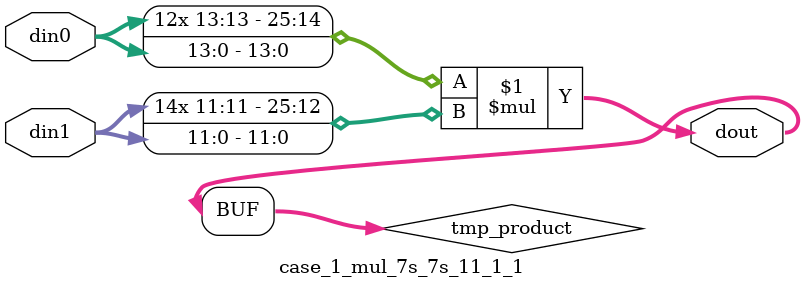
<source format=v>

`timescale 1 ns / 1 ps

 module case_1_mul_7s_7s_11_1_1(din0, din1, dout);
parameter ID = 1;
parameter NUM_STAGE = 0;
parameter din0_WIDTH = 14;
parameter din1_WIDTH = 12;
parameter dout_WIDTH = 26;

input [din0_WIDTH - 1 : 0] din0; 
input [din1_WIDTH - 1 : 0] din1; 
output [dout_WIDTH - 1 : 0] dout;

wire signed [dout_WIDTH - 1 : 0] tmp_product;



























assign tmp_product = $signed(din0) * $signed(din1);








assign dout = tmp_product;





















endmodule

</source>
